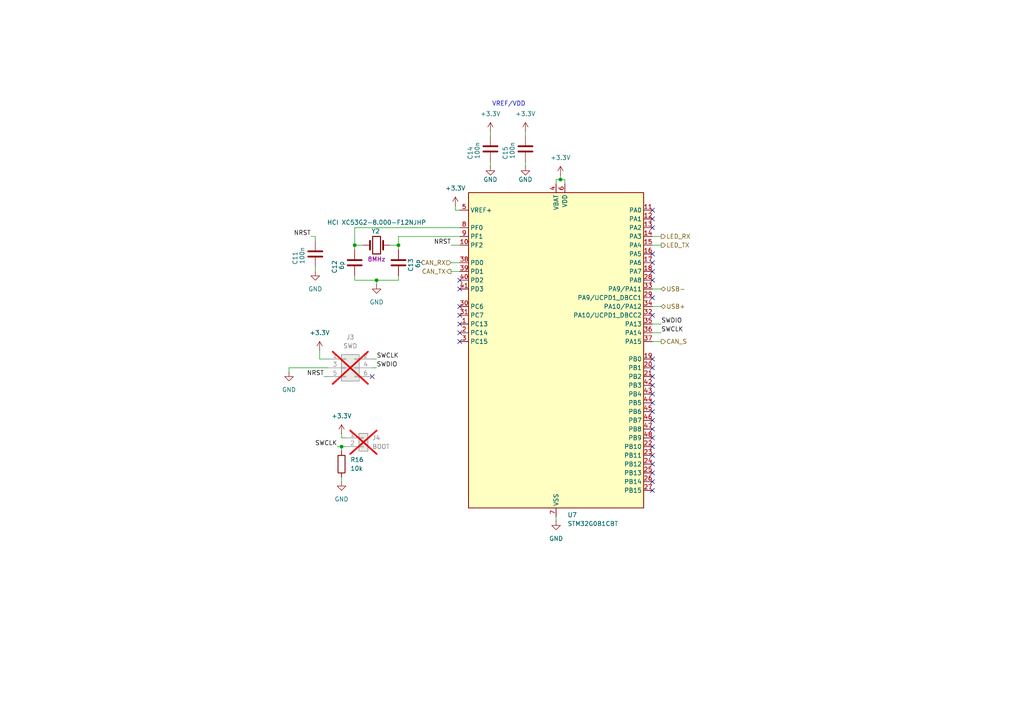
<source format=kicad_sch>
(kicad_sch (version 20250114) (generator "eeschema") (generator_version "9.0")
  (paper "A4")
  (lib_symbols
    (symbol "Connector_Generic:Conn_01x02" (pin_names (offset 1.016) (hide yes))
      (property "Reference" "J" (at 0 2.54 0))
      (property "Value" "Conn_01x02" (at 0 -5.08 0))
      (symbol "Conn_01x02_1_1"
        (rectangle (start -1.27 1.27) (end 1.27 -3.81) (stroke (width 0.254)) (fill (type background)))
        (rectangle (start -1.27 0.127) (end 0 -0.127) (stroke (width 0.1524)))
        (rectangle (start -1.27 -2.413) (end 0 -2.667) (stroke (width 0.1524)))
        (pin passive line (at -5.08 0 0) (length 3.81) (name "Pin_1") (number "1"))
        (pin passive line (at -5.08 -2.54 0) (length 3.81) (name "Pin_2") (number "2"))
      )
    )
    (symbol "Connector_Generic:Conn_02x03_Odd_Even" (pin_names (offset 1.016) (hide yes))
      (property "Reference" "J" (at 1.27 5.08 0))
      (property "Value" "Conn_02x03_Odd_Even" (at 1.27 -5.08 0))
      (symbol "Conn_02x03_Odd_Even_1_1"
        (rectangle (start -1.27 3.81) (end 3.81 -3.81) (stroke (width 0.254)) (fill (type background)))
        (rectangle (start -1.27 2.667) (end 0 2.413) (stroke (width 0.1524)))
        (rectangle (start -1.27 0.127) (end 0 -0.127) (stroke (width 0.1524)))
        (rectangle (start -1.27 -2.413) (end 0 -2.667) (stroke (width 0.1524)))
        (rectangle (start 3.81 2.667) (end 2.54 2.413) (stroke (width 0.1524)))
        (rectangle (start 3.81 0.127) (end 2.54 -0.127) (stroke (width 0.1524)))
        (rectangle (start 3.81 -2.413) (end 2.54 -2.667) (stroke (width 0.1524)))
        (pin passive line (at -5.08 2.54 0) (length 3.81) (name "Pin_1") (number "1"))
        (pin passive line (at -5.08 0 0) (length 3.81) (name "Pin_3") (number "3"))
        (pin passive line (at -5.08 -2.54 0) (length 3.81) (name "Pin_5") (number "5"))
        (pin passive line (at 7.62 2.54 180) (length 3.81) (name "Pin_2") (number "2"))
        (pin passive line (at 7.62 0 180) (length 3.81) (name "Pin_4") (number "4"))
        (pin passive line (at 7.62 -2.54 180) (length 3.81) (name "Pin_6") (number "6"))
      )
    )
    (symbol "Device:C" (pin_numbers (hide yes)) (pin_names (offset 0.254))
      (property "Reference" "C" (at 0.635 2.54 0))
      (property "Value" "C" (at 0.635 -2.54 0))
      (symbol "C_0_1"
        (polyline (pts (xy -2.032 0.762) (xy 2.032 0.762)) (stroke (width 0.508)))
        (polyline (pts (xy -2.032 -0.762) (xy 2.032 -0.762)) (stroke (width 0.508)))
      )
      (symbol "C_1_1"
        (pin passive line (at 0 3.81 270) (length 2.794) (name "~") (number "1"))
        (pin passive line (at 0 -3.81 90) (length 2.794) (name "~") (number "2"))
      )
    )
    (symbol "Device:Crystal" (pin_numbers (hide yes)) (pin_names (offset 1.016) (hide yes))
      (property "Reference" "Y" (at 0 3.81 0))
      (property "Value" "Crystal" (at 0 -3.81 0))
      (symbol "Crystal_0_1"
        (polyline (pts (xy -2.54 0) (xy -1.905 0)))
        (polyline (pts (xy -1.905 -1.27) (xy -1.905 1.27)) (stroke (width 0.508)))
        (rectangle (start -1.143 2.54) (end 1.143 -2.54) (stroke (width 0.3048)))
        (polyline (pts (xy 1.905 -1.27) (xy 1.905 1.27)) (stroke (width 0.508)))
        (polyline (pts (xy 2.54 0) (xy 1.905 0)))
      )
      (symbol "Crystal_1_1"
        (pin passive line (at -3.81 0 0) (length 1.27) (name "1") (number "1"))
        (pin passive line (at 3.81 0 180) (length 1.27) (name "2") (number "2"))
      )
    )
    (symbol "Device:R" (pin_numbers (hide yes)) (pin_names (offset 0))
      (property "Reference" "R" (at 2.032 0 90))
      (property "Value" "R" (at 0 0 90))
      (symbol "R_0_1"
        (rectangle (start -1.016 -2.54) (end 1.016 2.54) (stroke (width 0.254)))
      )
      (symbol "R_1_1"
        (pin passive line (at 0 3.81 270) (length 1.27) (name "~") (number "1"))
        (pin passive line (at 0 -3.81 90) (length 1.27) (name "~") (number "2"))
      )
    )
    (symbol "MCU_ST_STM32G0:STM32G0B1CBTx"
      (property "Reference" "U" (at -25.4 46.99 0))
      (property "Value" "STM32G0B1CBTx" (at 5.08 46.99 0))
      (symbol "STM32G0B1CBTx_0_1"
        (rectangle (start -25.4 -45.72) (end 25.4 45.72) (stroke (width 0.254)) (fill (type background)))
      )
      (symbol "STM32G0B1CBTx_1_1"
        (pin input line (at -27.94 40.64 0) (length 2.54) (name "VREF+") (number "5"))
        (pin bidirectional line (at -27.94 35.56 0) (length 2.54) (name "PF0") (number "8"))
        (pin bidirectional line (at -27.94 33.02 0) (length 2.54) (name "PF1") (number "9"))
        (pin bidirectional line (at -27.94 30.48 0) (length 2.54) (name "PF2") (number "10"))
        (pin bidirectional line (at -27.94 25.4 0) (length 2.54) (name "PD0") (number "38"))
        (pin bidirectional line (at -27.94 22.86 0) (length 2.54) (name "PD1") (number "39"))
        (pin bidirectional line (at -27.94 20.32 0) (length 2.54) (name "PD2") (number "40"))
        (pin bidirectional line (at -27.94 17.78 0) (length 2.54) (name "PD3") (number "41"))
        (pin bidirectional line (at -27.94 12.7 0) (length 2.54) (name "PC6") (number "30"))
        (pin bidirectional line (at -27.94 10.16 0) (length 2.54) (name "PC7") (number "31"))
        (pin bidirectional line (at -27.94 7.62 0) (length 2.54) (name "PC13") (number "1"))
        (pin bidirectional line (at -27.94 5.08 0) (length 2.54) (name "PC14") (number "2"))
        (pin bidirectional line (at -27.94 2.54 0) (length 2.54) (name "PC15") (number "3"))
        (pin power_in line (at 0 48.26 270) (length 2.54) (name "VBAT") (number "4"))
        (pin power_in line (at 0 -48.26 90) (length 2.54) (name "VSS") (number "7"))
        (pin power_in line (at 2.54 48.26 270) (length 2.54) (name "VDD") (number "6"))
        (pin bidirectional line (at 27.94 40.64 180) (length 2.54) (name "PA0") (number "11"))
        (pin bidirectional line (at 27.94 38.1 180) (length 2.54) (name "PA1") (number "12"))
        (pin bidirectional line (at 27.94 35.56 180) (length 2.54) (name "PA2") (number "13"))
        (pin bidirectional line (at 27.94 33.02 180) (length 2.54) (name "PA3") (number "14"))
        (pin bidirectional line (at 27.94 30.48 180) (length 2.54) (name "PA4") (number "15"))
        (pin bidirectional line (at 27.94 27.94 180) (length 2.54) (name "PA5") (number "16"))
        (pin bidirectional line (at 27.94 25.4 180) (length 2.54) (name "PA6") (number "17"))
        (pin bidirectional line (at 27.94 22.86 180) (length 2.54) (name "PA7") (number "18"))
        (pin bidirectional line (at 27.94 20.32 180) (length 2.54) (name "PA8") (number "28"))
        (pin bidirectional line (at 27.94 17.78 180) (length 2.54) (name "PA9/PA11") (number "33"))
        (pin bidirectional line (at 27.94 15.24 180) (length 2.54) (name "PA9/UCPD1_DBCC1") (number "29"))
        (pin bidirectional line (at 27.94 12.7 180) (length 2.54) (name "PA10/PA12") (number "34"))
        (pin bidirectional line (at 27.94 10.16 180) (length 2.54) (name "PA10/UCPD1_DBCC2") (number "32"))
        (pin bidirectional line (at 27.94 7.62 180) (length 2.54) (name "PA13") (number "35"))
        (pin bidirectional line (at 27.94 5.08 180) (length 2.54) (name "PA14") (number "36"))
        (pin bidirectional line (at 27.94 2.54 180) (length 2.54) (name "PA15") (number "37"))
        (pin bidirectional line (at 27.94 -2.54 180) (length 2.54) (name "PB0") (number "19"))
        (pin bidirectional line (at 27.94 -5.08 180) (length 2.54) (name "PB1") (number "20"))
        (pin bidirectional line (at 27.94 -7.62 180) (length 2.54) (name "PB2") (number "21"))
        (pin bidirectional line (at 27.94 -10.16 180) (length 2.54) (name "PB3") (number "42"))
        (pin bidirectional line (at 27.94 -12.7 180) (length 2.54) (name "PB4") (number "43"))
        (pin bidirectional line (at 27.94 -15.24 180) (length 2.54) (name "PB5") (number "44"))
        (pin bidirectional line (at 27.94 -17.78 180) (length 2.54) (name "PB6") (number "45"))
        (pin bidirectional line (at 27.94 -20.32 180) (length 2.54) (name "PB7") (number "46"))
        (pin bidirectional line (at 27.94 -22.86 180) (length 2.54) (name "PB8") (number "47"))
        (pin bidirectional line (at 27.94 -25.4 180) (length 2.54) (name "PB9") (number "48"))
        (pin bidirectional line (at 27.94 -27.94 180) (length 2.54) (name "PB10") (number "22"))
        (pin bidirectional line (at 27.94 -30.48 180) (length 2.54) (name "PB11") (number "23"))
        (pin bidirectional line (at 27.94 -33.02 180) (length 2.54) (name "PB12") (number "24"))
        (pin bidirectional line (at 27.94 -35.56 180) (length 2.54) (name "PB13") (number "25"))
        (pin bidirectional line (at 27.94 -38.1 180) (length 2.54) (name "PB14") (number "26"))
        (pin bidirectional line (at 27.94 -40.64 180) (length 2.54) (name "PB15") (number "27"))
      )
    )
    (symbol "power:+3.3V" (power) (pin_numbers (hide yes)) (pin_names (offset 0) (hide yes))
      (property "Value" "+3.3V" (at 0 3.556 0))
      (symbol "+3.3V_0_1"
        (polyline (pts (xy -0.762 1.27) (xy 0 2.54)))
        (polyline (pts (xy 0 2.54) (xy 0.762 1.27)))
        (polyline (pts (xy 0 0) (xy 0 2.54)))
      )
      (symbol "+3.3V_1_1"
        (pin power_in line (at 0 0 90) (length 0) (name "~") (number "1"))
      )
    )
    (symbol "power:GND" (power) (pin_numbers (hide yes)) (pin_names (offset 0) (hide yes))
      (property "Value" "GND" (at 0 -3.81 0))
      (symbol "GND_0_1"
        (polyline (pts (xy 0 0) (xy 0 -1.27) (xy 1.27 -1.27) (xy 0 -2.54) (xy -1.27 -1.27) (xy 0 -1.27)))
      )
      (symbol "GND_1_1"
        (pin power_in line (at 0 0 270) (length 0) (name "~") (number "1"))
      )
    )
  )
  (text "VREF/VDD" (at 147.574 30.226 0) (effects (font (size 1.27 1.27))))
  (junction (at 162.56 52.07))
  (junction (at 115.57 71.12))
  (junction (at 99.06 129.54))
  (junction (at 109.22 81.28))
  (junction (at 102.87 71.12))
  (no_connect (at 189.23 111.76))
  (no_connect (at 189.23 63.5))
  (no_connect (at 189.23 91.44))
  (no_connect (at 133.35 81.28))
  (no_connect (at 189.23 86.36))
  (no_connect (at 133.35 93.98))
  (no_connect (at 133.35 96.52))
  (no_connect (at 189.23 129.54))
  (no_connect (at 189.23 106.68))
  (no_connect (at 133.35 83.82))
  (no_connect (at 189.23 114.3))
  (no_connect (at 189.23 73.66))
  (no_connect (at 133.35 88.9))
  (no_connect (at 189.23 78.74))
  (no_connect (at 189.23 104.14))
  (no_connect (at 189.23 142.24))
  (no_connect (at 133.35 91.44))
  (no_connect (at 189.23 121.92))
  (no_connect (at 189.23 116.84))
  (no_connect (at 189.23 137.16))
  (no_connect (at 189.23 119.38))
  (no_connect (at 189.23 81.28))
  (no_connect (at 107.95 109.22))
  (no_connect (at 189.23 132.08))
  (no_connect (at 189.23 127))
  (no_connect (at 189.23 66.04))
  (no_connect (at 189.23 134.62))
  (no_connect (at 189.23 60.96))
  (no_connect (at 189.23 124.46))
  (no_connect (at 189.23 76.2))
  (no_connect (at 189.23 139.7))
  (no_connect (at 133.35 99.06))
  (no_connect (at 189.23 109.22))
  (wire (pts (xy 109.22 81.28) (xy 109.22 82.55)))
  (wire (pts (xy 92.71 104.14) (xy 92.71 101.6)))
  (wire (pts (xy 189.23 96.52) (xy 191.77 96.52)))
  (wire (pts (xy 161.29 149.86) (xy 161.29 151.13)))
  (wire (pts (xy 90.17 68.58) (xy 91.44 68.58)))
  (wire (pts (xy 99.06 127) (xy 99.06 125.73)))
  (wire (pts (xy 102.87 80.01) (xy 102.87 81.28)))
  (wire (pts (xy 91.44 77.47) (xy 91.44 78.74)))
  (wire (pts (xy 113.03 71.12) (xy 115.57 71.12)))
  (wire (pts (xy 130.81 76.2) (xy 133.35 76.2)))
  (wire (pts (xy 162.56 52.07) (xy 163.83 52.07)))
  (wire (pts (xy 99.06 138.43) (xy 99.06 139.7)))
  (wire (pts (xy 152.4 46.99) (xy 152.4 48.26)))
  (wire (pts (xy 99.06 129.54) (xy 99.06 130.81)))
  (wire (pts (xy 132.08 60.96) (xy 132.08 59.69)))
  (wire (pts (xy 142.24 38.1) (xy 142.24 39.37)))
  (wire (pts (xy 161.29 53.34) (xy 161.29 52.07)))
  (wire (pts (xy 105.41 71.12) (xy 102.87 71.12)))
  (wire (pts (xy 95.25 106.68) (xy 83.82 106.68)))
  (wire (pts (xy 130.81 71.12) (xy 133.35 71.12)))
  (wire (pts (xy 115.57 80.01) (xy 115.57 81.28)))
  (wire (pts (xy 189.23 83.82) (xy 191.77 83.82)))
  (wire (pts (xy 133.35 66.04) (xy 102.87 66.04)))
  (wire (pts (xy 102.87 81.28) (xy 109.22 81.28)))
  (wire (pts (xy 115.57 71.12) (xy 115.57 72.39)))
  (wire (pts (xy 152.4 38.1) (xy 152.4 39.37)))
  (wire (pts (xy 133.35 60.96) (xy 132.08 60.96)))
  (wire (pts (xy 102.87 66.04) (xy 102.87 71.12)))
  (wire (pts (xy 107.95 104.14) (xy 109.22 104.14)))
  (wire (pts (xy 100.33 129.54) (xy 99.06 129.54)))
  (wire (pts (xy 189.23 71.12) (xy 191.77 71.12)))
  (wire (pts (xy 83.82 106.68) (xy 83.82 107.95)))
  (wire (pts (xy 189.23 99.06) (xy 191.77 99.06)))
  (wire (pts (xy 93.98 109.22) (xy 95.25 109.22)))
  (wire (pts (xy 161.29 52.07) (xy 162.56 52.07)))
  (wire (pts (xy 133.35 68.58) (xy 115.57 68.58)))
  (wire (pts (xy 189.23 88.9) (xy 191.77 88.9)))
  (wire (pts (xy 100.33 127) (xy 99.06 127)))
  (wire (pts (xy 91.44 69.85) (xy 91.44 68.58)))
  (wire (pts (xy 95.25 104.14) (xy 92.71 104.14)))
  (wire (pts (xy 162.56 50.8) (xy 162.56 52.07)))
  (wire (pts (xy 189.23 68.58) (xy 191.77 68.58)))
  (wire (pts (xy 115.57 68.58) (xy 115.57 71.12)))
  (wire (pts (xy 102.87 71.12) (xy 102.87 72.39)))
  (wire (pts (xy 142.24 46.99) (xy 142.24 48.26)))
  (wire (pts (xy 163.83 53.34) (xy 163.83 52.07)))
  (wire (pts (xy 109.22 81.28) (xy 115.57 81.28)))
  (wire (pts (xy 130.81 78.74) (xy 133.35 78.74)))
  (wire (pts (xy 97.79 129.54) (xy 99.06 129.54)))
  (wire (pts (xy 189.23 93.98) (xy 191.77 93.98)))
  (wire (pts (xy 107.95 106.68) (xy 109.22 106.68)))
  (label "SWCLK" (at 191.77 96.52 0))
  (label "NRST" (at 90.17 68.58 180))
  (label "NRST" (at 130.81 71.12 180))
  (label "SWCLK" (at 97.79 129.54 180))
  (label "SWCLK" (at 109.22 104.14 0))
  (label "NRST" (at 93.98 109.22 180))
  (label "SWDIO" (at 109.22 106.68 0))
  (label "SWDIO" (at 191.77 93.98 0))
  (hierarchical_label "CAN_RX" (shape input) (at 130.81 76.2 180))
  (hierarchical_label "USB+" (shape bidirectional) (at 191.77 88.9 0))
  (hierarchical_label "LED_TX" (shape output) (at 191.77 71.12 0))
  (hierarchical_label "CAN_TX" (shape output) (at 130.81 78.74 180))
  (hierarchical_label "LED_RX" (shape output) (at 191.77 68.58 0))
  (hierarchical_label "USB-" (shape bidirectional) (at 191.77 83.82 0))
  (hierarchical_label "CAN_S" (shape output) (at 191.77 99.06 0))
  (symbol (lib_id "power:GND") (at 91.44 78.74 0) (unit 1)
    (property "Reference" "#PWR042" (effects (hide yes)))
    (property "Value" "GND" (at 91.44 83.82 0))
    (property "Description" "Power symbol creates a global label with name \"GND\" , ground" (effects (hide yes)))
  )
  (symbol (lib_id "power:+3.3V") (at 132.08 59.69 0) (unit 1)
    (property "Reference" "#PWR047" (effects (hide yes)))
    (property "Value" "+3.3V" (at 132.08 54.61 0))
    (property "Description" "Power symbol creates a global label with name \"+3.3V\"" (effects (hide yes)))
  )
  (symbol (lib_id "Device:Crystal") (at 109.22 71.12 0) (unit 1)
    (property "Reference" "Y2" (at 108.966 67.056 0))
    (property "Value" "HCI XC53G2-8.000-F12NJHP" (at 109.22 64.516 0))
    (property "Footprint" "Crystal:Crystal_SMD_5032-2Pin_5.0x3.2mm" (effects (hide yes)))
    (property "Datasheet" "\\datasheets\\HCI XC53G2-8.000-F12NJHP.pdf" (effects (hide yes)))
    (property "Description" "Two pin crystal" (effects (hide yes)))
    (property "LCSC" "https://www.lcsc.com/product-detail/C2842269.html" (effects (hide yes)))
    (property "Freq" "8MHz" (at 109.22 75.184 0))
  )
  (symbol (lib_id "Device:C") (at 91.44 73.66 180) (unit 1)
    (property "Reference" "C11" (at 85.598 72.898 90) (effects (justify left)))
    (property "Value" "100n" (at 87.63 71.6281 90) (effects (justify left)))
    (property "Footprint" "Capacitor_SMD:C_0603_1608Metric" (effects (hide yes)))
    (property "Description" "Unpolarized capacitor" (effects (hide yes)))
    (property "LCSC" "https://www.lcsc.com/product-detail/C66501.html" (effects (hide yes)))
  )
  (symbol (lib_id "Device:C") (at 102.87 76.2 180) (unit 1)
    (property "Reference" "C12" (at 97.028 75.438 90) (effects (justify left)))
    (property "Value" "6p" (at 99.06 75.692 90) (effects (justify left)))
    (property "Footprint" "Capacitor_SMD:C_0603_1608Metric" (effects (hide yes)))
    (property "Description" "Unpolarized capacitor" (effects (hide yes)))
    (property "LCSC" "https://www.lcsc.com/product-detail/C170142.html" (effects (hide yes)))
  )
  (symbol (lib_id "power:GND") (at 152.4 48.26 0) (unit 1)
    (property "Reference" "#PWR051" (effects (hide yes)))
    (property "Value" "GND" (at 152.4 52.07 0))
    (property "Description" "Power symbol creates a global label with name \"GND\" , ground" (effects (hide yes)))
  )
  (symbol (lib_id "power:GND") (at 109.22 82.55 0) (unit 1)
    (property "Reference" "#PWR046" (effects (hide yes)))
    (property "Value" "GND" (at 109.22 87.63 0))
    (property "Description" "Power symbol creates a global label with name \"GND\" , ground" (effects (hide yes)))
  )
  (symbol (lib_id "power:GND") (at 142.24 48.26 0) (unit 1)
    (property "Reference" "#PWR049" (effects (hide yes)))
    (property "Value" "GND" (at 142.24 52.07 0))
    (property "Description" "Power symbol creates a global label with name \"GND\" , ground" (effects (hide yes)))
  )
  (symbol (lib_id "Connector_Generic:Conn_02x03_Odd_Even") (at 100.33 106.68 0) (unit 1) (dnp yes)
    (property "Reference" "J3" (at 101.6 97.79 0))
    (property "Value" "SWD" (at 101.6 100.33 0))
    (property "Footprint" "Connector_PinHeader_2.54mm:PinHeader_2x03_P2.54mm_Vertical" (effects (hide yes)))
    (property "Description" "Generic connector, double row, 02x03, odd/even pin numbering scheme (row 1 odd numbers, row 2 even numbers), script generated (kicad-library-utils/schlib/autogen/connector/)" (effects (hide yes)))
    (property "LCSC" "https://www.lcsc.com/product-detail/C7494874.html" (effects (hide yes)))
  )
  (symbol (lib_id "power:+3.3V") (at 99.06 125.73 0) (unit 1)
    (property "Reference" "#PWR044" (effects (hide yes)))
    (property "Value" "+3.3V" (at 99.06 120.65 0))
    (property "Description" "Power symbol creates a global label with name \"+3.3V\"" (effects (hide yes)))
  )
  (symbol (lib_id "MCU_ST_STM32G0:STM32G0B1CBTx") (at 161.29 101.6 0) (unit 1)
    (property "Reference" "U7" (at 164.592 149.352 0) (effects (justify left)))
    (property "Value" "STM32G0B1CBT" (at 164.592 151.892 0) (effects (justify left)))
    (property "Footprint" "Package_QFP:LQFP-48_7x7mm_P0.5mm" (effects (hide yes)))
    (property "Datasheet" "\\datasheets\\stm32g0b1cb-2.pdf" (effects (hide yes)))
    (property "Description" "STMicroelectronics Arm Cortex-M0+ MCU, 128KB flash, 144KB RAM, 64 MHz, 1.7-3.6V, 44 GPIO, LQFP48" (effects (hide yes)))
    (property "LCSC" "https://www.lcsc.com/product-detail/C2847904.html?s_z=n_STM32G0B1CBT" (effects (hide yes)))
  )
  (symbol (lib_id "power:+3.3V") (at 142.24 38.1 0) (unit 1)
    (property "Reference" "#PWR048" (effects (hide yes)))
    (property "Value" "+3.3V" (at 142.24 33.02 0))
    (property "Description" "Power symbol creates a global label with name \"+3.3V\"" (effects (hide yes)))
  )
  (symbol (lib_id "Device:C") (at 152.4 43.18 180) (unit 1)
    (property "Reference" "C15" (at 146.558 42.418 90) (effects (justify left)))
    (property "Value" "100n" (at 148.59 41.1481 90) (effects (justify left)))
    (property "Footprint" "Capacitor_SMD:C_0603_1608Metric" (effects (hide yes)))
    (property "Description" "Unpolarized capacitor" (effects (hide yes)))
    (property "LCSC" "https://www.lcsc.com/product-detail/C66501.html" (effects (hide yes)))
  )
  (symbol (lib_id "power:GND") (at 83.82 107.95 0) (unit 1)
    (property "Reference" "#PWR041" (effects (hide yes)))
    (property "Value" "GND" (at 83.82 113.03 0))
    (property "Description" "Power symbol creates a global label with name \"GND\" , ground" (effects (hide yes)))
  )
  (symbol (lib_id "power:+3.3V") (at 162.56 50.8 0) (unit 1)
    (property "Reference" "#PWR053" (effects (hide yes)))
    (property "Value" "+3.3V" (at 162.56 45.72 0))
    (property "Description" "Power symbol creates a global label with name \"+3.3V\"" (effects (hide yes)))
  )
  (symbol (lib_id "power:+3.3V") (at 152.4 38.1 0) (unit 1)
    (property "Reference" "#PWR050" (effects (hide yes)))
    (property "Value" "+3.3V" (at 152.4 33.02 0))
    (property "Description" "Power symbol creates a global label with name \"+3.3V\"" (effects (hide yes)))
  )
  (symbol (lib_id "power:GND") (at 161.29 151.13 0) (unit 1)
    (property "Reference" "#PWR052" (effects (hide yes)))
    (property "Value" "GND" (at 161.29 156.21 0))
    (property "Description" "Power symbol creates a global label with name \"GND\" , ground" (effects (hide yes)))
  )
  (symbol (lib_id "Device:R") (at 99.06 134.62 0) (unit 1)
    (property "Reference" "R16" (at 101.6 133.3499 0) (effects (justify left)))
    (property "Value" "10k" (at 101.6 135.8899 0) (effects (justify left)))
    (property "Footprint" "Resistor_SMD:R_0603_1608Metric" (effects (hide yes)))
    (property "Description" "Resistor" (effects (hide yes)))
    (property "LCSC" "https://www.lcsc.com/product-detail/C98220.html" (effects (hide yes)))
  )
  (symbol (lib_id "Connector_Generic:Conn_01x02") (at 105.41 127 0) (unit 1) (dnp yes)
    (property "Reference" "J4" (at 107.95 126.9999 0) (effects (justify left)))
    (property "Value" "BOOT" (at 107.95 129.5399 0) (effects (justify left)))
    (property "Footprint" "Connector_PinHeader_2.54mm:PinHeader_1x02_P2.54mm_Vertical" (effects (hide yes)))
    (property "Description" "Generic connector, single row, 01x02, script generated (kicad-library-utils/schlib/autogen/connector/)" (effects (hide yes)))
    (property "LCSC" "https://www.lcsc.com/product-detail/C7494857.html" (effects (hide yes)))
  )
  (symbol (lib_id "Device:C") (at 115.57 76.2 180) (unit 1)
    (property "Reference" "C13" (at 119.126 74.93 90) (effects (justify left)))
    (property "Value" "6p" (at 121.158 75.184 90) (effects (justify left)))
    (property "Footprint" "Capacitor_SMD:C_0603_1608Metric" (effects (hide yes)))
    (property "Description" "Unpolarized capacitor" (effects (hide yes)))
    (property "LCSC" "https://www.lcsc.com/product-detail/C170142.html" (effects (hide yes)))
  )
  (symbol (lib_id "power:+3.3V") (at 92.71 101.6 0) (unit 1)
    (property "Reference" "#PWR043" (effects (hide yes)))
    (property "Value" "+3.3V" (at 92.71 96.52 0))
    (property "Description" "Power symbol creates a global label with name \"+3.3V\"" (effects (hide yes)))
  )
  (symbol (lib_id "Device:C") (at 142.24 43.18 180) (unit 1)
    (property "Reference" "C14" (at 136.398 42.418 90) (effects (justify left)))
    (property "Value" "100n" (at 138.43 41.1481 90) (effects (justify left)))
    (property "Footprint" "Capacitor_SMD:C_0603_1608Metric" (effects (hide yes)))
    (property "Description" "Unpolarized capacitor" (effects (hide yes)))
    (property "LCSC" "https://www.lcsc.com/product-detail/C66501.html" (effects (hide yes)))
  )
  (symbol (lib_id "power:GND") (at 99.06 139.7 0) (unit 1)
    (property "Reference" "#PWR045" (effects (hide yes)))
    (property "Value" "GND" (at 99.06 144.78 0))
    (property "Description" "Power symbol creates a global label with name \"GND\" , ground" (effects (hide yes)))
  )
)
</source>
